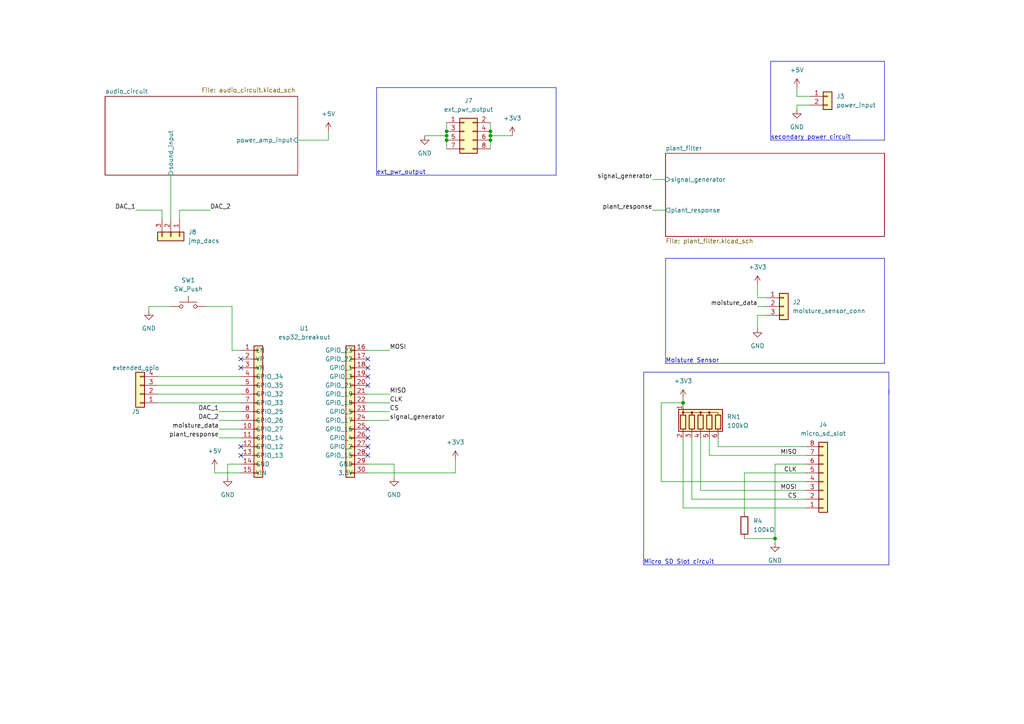
<source format=kicad_sch>
(kicad_sch (version 20230121) (generator eeschema)
  (paper "A4")
  (title_block (title "Internet_of_Plants") (date "2023-09-29") (rev "A1") (company "DeVinci Innovation Center") (comment 1 "Author : SEGUI Matthieu"))
  (lib_symbols
    (symbol "Connector_Generic:Conn_01x02" (pin_names (offset 1.016) hide)
      (property "Reference" "J" (at 0 2.54 0))
      (property "Value" "Conn_01x02" (at 0 -5.08 0))
      (symbol "Conn_01x02_1_1"
        (rectangle (start -1.27 -2.413) (end 0 -2.667) (stroke (width 0.1524)))
        (rectangle (start -1.27 0.127) (end 0 -0.127) (stroke (width 0.1524)))
        (rectangle (start -1.27 1.27) (end 1.27 -3.81) (stroke (width 0.254)) (fill (type background)))
        (pin passive line (at -5.08 0 0) (length 3.81) (name "Pin_1") (number "1"))
        (pin passive line (at -5.08 -2.54 0) (length 3.81) (name "Pin_2") (number "2"))
      )
    )
    (symbol "Connector_Generic:Conn_01x03" (pin_names (offset 1.016) hide)
      (property "Reference" "J" (at 0 5.08 0))
      (property "Value" "Conn_01x03" (at 0 -5.08 0))
      (symbol "Conn_01x03_1_1"
        (rectangle (start -1.27 -2.413) (end 0 -2.667) (stroke (width 0.1524)))
        (rectangle (start -1.27 0.127) (end 0 -0.127) (stroke (width 0.1524)))
        (rectangle (start -1.27 2.667) (end 0 2.413) (stroke (width 0.1524)))
        (rectangle (start -1.27 3.81) (end 1.27 -3.81) (stroke (width 0.254)) (fill (type background)))
        (pin passive line (at -5.08 2.54 0) (length 3.81) (name "Pin_1") (number "1"))
        (pin passive line (at -5.08 0 0) (length 3.81) (name "Pin_2") (number "2"))
        (pin passive line (at -5.08 -2.54 0) (length 3.81) (name "Pin_3") (number "3"))
      )
    )
    (symbol "Connector_Generic:Conn_01x04" (pin_names (offset 1.016) hide)
      (property "Reference" "J" (at 0 5.08 0))
      (property "Value" "Conn_01x04" (at 0 -7.62 0))
      (symbol "Conn_01x04_1_1"
        (rectangle (start -1.27 -4.953) (end 0 -5.207) (stroke (width 0.1524)))
        (rectangle (start -1.27 -2.413) (end 0 -2.667) (stroke (width 0.1524)))
        (rectangle (start -1.27 0.127) (end 0 -0.127) (stroke (width 0.1524)))
        (rectangle (start -1.27 2.667) (end 0 2.413) (stroke (width 0.1524)))
        (rectangle (start -1.27 3.81) (end 1.27 -6.35) (stroke (width 0.254)) (fill (type background)))
        (pin passive line (at -5.08 2.54 0) (length 3.81) (name "Pin_1") (number "1"))
        (pin passive line (at -5.08 0 0) (length 3.81) (name "Pin_2") (number "2"))
        (pin passive line (at -5.08 -2.54 0) (length 3.81) (name "Pin_3") (number "3"))
        (pin passive line (at -5.08 -5.08 0) (length 3.81) (name "Pin_4") (number "4"))
      )
    )
    (symbol "Connector_Generic:Conn_01x08" (pin_names (offset 1.016) hide)
      (property "Reference" "J" (at 0 10.16 0))
      (property "Value" "Conn_01x08" (at 0 -12.7 0))
      (symbol "Conn_01x08_1_1"
        (rectangle (start -1.27 -10.033) (end 0 -10.287) (stroke (width 0.1524)))
        (rectangle (start -1.27 -7.493) (end 0 -7.747) (stroke (width 0.1524)))
        (rectangle (start -1.27 -4.953) (end 0 -5.207) (stroke (width 0.1524)))
        (rectangle (start -1.27 -2.413) (end 0 -2.667) (stroke (width 0.1524)))
        (rectangle (start -1.27 0.127) (end 0 -0.127) (stroke (width 0.1524)))
        (rectangle (start -1.27 2.667) (end 0 2.413) (stroke (width 0.1524)))
        (rectangle (start -1.27 5.207) (end 0 4.953) (stroke (width 0.1524)))
        (rectangle (start -1.27 7.747) (end 0 7.493) (stroke (width 0.1524)))
        (rectangle (start -1.27 8.89) (end 1.27 -11.43) (stroke (width 0.254)) (fill (type background)))
        (pin passive line (at -5.08 7.62 0) (length 3.81) (name "Pin_1") (number "1"))
        (pin passive line (at -5.08 5.08 0) (length 3.81) (name "Pin_2") (number "2"))
        (pin passive line (at -5.08 2.54 0) (length 3.81) (name "Pin_3") (number "3"))
        (pin passive line (at -5.08 0 0) (length 3.81) (name "Pin_4") (number "4"))
        (pin passive line (at -5.08 -2.54 0) (length 3.81) (name "Pin_5") (number "5"))
        (pin passive line (at -5.08 -5.08 0) (length 3.81) (name "Pin_6") (number "6"))
        (pin passive line (at -5.08 -7.62 0) (length 3.81) (name "Pin_7") (number "7"))
        (pin passive line (at -5.08 -10.16 0) (length 3.81) (name "Pin_8") (number "8"))
      )
    )
    (symbol "Connector_Generic:Conn_02x04_Odd_Even" (pin_names (offset 1.016) hide)
      (property "Reference" "J" (at 1.27 5.08 0))
      (property "Value" "Conn_02x04_Odd_Even" (at 1.27 -7.62 0))
      (symbol "Conn_02x04_Odd_Even_1_1"
        (rectangle (start -1.27 -4.953) (end 0 -5.207) (stroke (width 0.1524)))
        (rectangle (start -1.27 -2.413) (end 0 -2.667) (stroke (width 0.1524)))
        (rectangle (start -1.27 0.127) (end 0 -0.127) (stroke (width 0.1524)))
        (rectangle (start -1.27 2.667) (end 0 2.413) (stroke (width 0.1524)))
        (rectangle (start -1.27 3.81) (end 3.81 -6.35) (stroke (width 0.254)) (fill (type background)))
        (rectangle (start 3.81 -4.953) (end 2.54 -5.207) (stroke (width 0.1524)))
        (rectangle (start 3.81 -2.413) (end 2.54 -2.667) (stroke (width 0.1524)))
        (rectangle (start 3.81 0.127) (end 2.54 -0.127) (stroke (width 0.1524)))
        (rectangle (start 3.81 2.667) (end 2.54 2.413) (stroke (width 0.1524)))
        (pin passive line (at -5.08 2.54 0) (length 3.81) (name "Pin_1") (number "1"))
        (pin passive line (at 7.62 2.54 180) (length 3.81) (name "Pin_2") (number "2"))
        (pin passive line (at -5.08 0 0) (length 3.81) (name "Pin_3") (number "3"))
        (pin passive line (at 7.62 0 180) (length 3.81) (name "Pin_4") (number "4"))
        (pin passive line (at -5.08 -2.54 0) (length 3.81) (name "Pin_5") (number "5"))
        (pin passive line (at 7.62 -2.54 180) (length 3.81) (name "Pin_6") (number "6"))
        (pin passive line (at -5.08 -5.08 0) (length 3.81) (name "Pin_7") (number "7"))
        (pin passive line (at 7.62 -5.08 180) (length 3.81) (name "Pin_8") (number "8"))
      )
    )
    (symbol "Device:R" (pin_numbers hide) (pin_names (offset 0))
      (property "Reference" "R" (at 2.032 0 90))
      (property "Value" "R" (at 0 0 90))
      (symbol "R_0_1"
        (rectangle (start -1.016 -2.54) (end 1.016 2.54) (stroke (width 0.254)))
      )
      (symbol "R_1_1"
        (pin passive line (at 0 3.81 270) (length 1.27) (name "~") (number "1"))
        (pin passive line (at 0 -3.81 90) (length 1.27) (name "~") (number "2"))
      )
    )
    (symbol "Device:R_Network05" (pin_names (offset 0) hide)
      (property "Reference" "RN" (at -7.62 0 90))
      (property "Value" "R_Network05" (at 7.62 0 90))
      (symbol "R_Network05_0_1"
        (rectangle (start -6.35 -3.175) (end 6.35 3.175) (stroke (width 0.254)) (fill (type background)))
        (rectangle (start -5.842 1.524) (end -4.318 -2.54) (stroke (width 0.254)))
        (circle (center -5.08 2.286) (radius 0.254) (fill (type outline)))
        (rectangle (start -3.302 1.524) (end -1.778 -2.54) (stroke (width 0.254)))
        (circle (center -2.54 2.286) (radius 0.254) (fill (type outline)))
        (rectangle (start -0.762 1.524) (end 0.762 -2.54) (stroke (width 0.254)))
        (polyline (pts (xy -5.08 -2.54) (xy -5.08 -3.81)))
        (polyline (pts (xy -2.54 -2.54) (xy -2.54 -3.81)))
        (polyline (pts (xy 0 -2.54) (xy 0 -3.81)))
        (polyline (pts (xy 2.54 -2.54) (xy 2.54 -3.81)))
        (polyline (pts (xy 5.08 -2.54) (xy 5.08 -3.81)))
        (polyline (pts (xy -5.08 1.524) (xy -5.08 2.286) (xy -2.54 2.286) (xy -2.54 1.524)))
        (polyline (pts (xy -2.54 1.524) (xy -2.54 2.286) (xy 0 2.286) (xy 0 1.524)))
        (polyline (pts (xy 0 1.524) (xy 0 2.286) (xy 2.54 2.286) (xy 2.54 1.524)))
        (polyline (pts (xy 2.54 1.524) (xy 2.54 2.286) (xy 5.08 2.286) (xy 5.08 1.524)))
        (circle (center 0 2.286) (radius 0.254) (fill (type outline)))
        (rectangle (start 1.778 1.524) (end 3.302 -2.54) (stroke (width 0.254)))
        (circle (center 2.54 2.286) (radius 0.254) (fill (type outline)))
        (rectangle (start 4.318 1.524) (end 5.842 -2.54) (stroke (width 0.254)))
      )
      (symbol "R_Network05_1_1"
        (pin passive line (at -5.08 5.08 270) (length 2.54) (name "common") (number "1"))
        (pin passive line (at -5.08 -5.08 90) (length 1.27) (name "R1") (number "2"))
        (pin passive line (at -2.54 -5.08 90) (length 1.27) (name "R2") (number "3"))
        (pin passive line (at 0 -5.08 90) (length 1.27) (name "R3") (number "4"))
        (pin passive line (at 2.54 -5.08 90) (length 1.27) (name "R4") (number "5"))
        (pin passive line (at 5.08 -5.08 90) (length 1.27) (name "R5") (number "6"))
      )
    )
    (symbol "Switch:SW_Push" (pin_numbers hide) (pin_names (offset 1.016) hide)
      (property "Reference" "SW" (at 1.27 2.54 0))
      (property "Value" "SW_Push" (at 0 -1.524 0))
      (symbol "SW_Push_0_1"
        (circle (center -2.032 0) (radius 0.508))
        (polyline (pts (xy 0 1.27) (xy 0 3.048)))
        (polyline (pts (xy 2.54 1.27) (xy -2.54 1.27)))
        (circle (center 2.032 0) (radius 0.508))
        (pin passive line (at -5.08 0 0) (length 2.54) (name "1") (number "1"))
        (pin passive line (at 5.08 0 180) (length 2.54) (name "2") (number "2"))
      )
    )
    (symbol "esp32:esp32_breakout"
      (property "Reference" "U" (at 17.78 3.81 0))
      (property "Value" "esp32_breakout" (at 17.78 3.81 0))
      (symbol "esp32_breakout_1_1"
        (rectangle (start -22.86 -36.703) (end -21.59 -36.957) (stroke (width 0.1524)))
        (rectangle (start -22.86 -34.163) (end -21.59 -34.417) (stroke (width 0.1524)))
        (rectangle (start -22.86 -31.623) (end -21.59 -31.877) (stroke (width 0.1524)))
        (rectangle (start -22.86 -29.083) (end -21.59 -29.337) (stroke (width 0.1524)))
        (rectangle (start -22.86 -26.543) (end -21.59 -26.797) (stroke (width 0.1524)))
        (rectangle (start -22.86 -24.003) (end -21.59 -24.257) (stroke (width 0.1524)))
        (rectangle (start -22.86 -21.463) (end -21.59 -21.717) (stroke (width 0.1524)))
        (rectangle (start -22.86 -18.923) (end -21.59 -19.177) (stroke (width 0.1524)))
        (rectangle (start -22.86 -16.383) (end -21.59 -16.637) (stroke (width 0.1524)))
        (rectangle (start -22.86 -13.843) (end -21.59 -14.097) (stroke (width 0.1524)))
        (rectangle (start -22.86 -11.303) (end -21.59 -11.557) (stroke (width 0.1524)))
        (rectangle (start -22.86 -8.763) (end -21.59 -9.017) (stroke (width 0.1524)))
        (rectangle (start -22.86 -6.223) (end -21.59 -6.477) (stroke (width 0.1524)))
        (rectangle (start -22.86 -3.683) (end -21.59 -3.937) (stroke (width 0.1524)))
        (rectangle (start -22.86 -1.143) (end -21.59 -1.397) (stroke (width 0.1524)))
        (rectangle (start -22.86 0) (end -20.32 -38.1) (stroke (width 0.254)) (fill (type background)))
        (rectangle (start 6.35 -38.1) (end 3.81 0) (stroke (width 0.254)) (fill (type background)))
        (rectangle (start 6.35 -36.957) (end 5.08 -36.703) (stroke (width 0.1524)))
        (rectangle (start 6.35 -34.417) (end 5.08 -34.163) (stroke (width 0.1524)))
        (rectangle (start 6.35 -31.877) (end 5.08 -31.623) (stroke (width 0.1524)))
        (rectangle (start 6.35 -29.337) (end 5.08 -29.083) (stroke (width 0.1524)))
        (rectangle (start 6.35 -26.797) (end 5.08 -26.543) (stroke (width 0.1524)))
        (rectangle (start 6.35 -24.257) (end 5.08 -24.003) (stroke (width 0.1524)))
        (rectangle (start 6.35 -21.717) (end 5.08 -21.463) (stroke (width 0.1524)))
        (rectangle (start 6.35 -19.177) (end 5.08 -18.923) (stroke (width 0.1524)))
        (rectangle (start 6.35 -16.637) (end 5.08 -16.383) (stroke (width 0.1524)))
        (rectangle (start 6.35 -14.097) (end 5.08 -13.843) (stroke (width 0.1524)))
        (rectangle (start 6.35 -11.557) (end 5.08 -11.303) (stroke (width 0.1524)))
        (rectangle (start 6.35 -9.017) (end 5.08 -8.763) (stroke (width 0.1524)))
        (rectangle (start 6.35 -6.477) (end 5.08 -6.223) (stroke (width 0.1524)))
        (rectangle (start 6.35 -3.937) (end 5.08 -3.683) (stroke (width 0.1524)))
        (rectangle (start 6.35 -1.397) (end 5.08 -1.143) (stroke (width 0.1524)))
        (pin passive line (at -26.67 -1.27 0) (length 3.81) (name "EN") (number "1"))
        (pin passive line (at -26.67 -24.13 0) (length 3.81) (name "GPIO_27") (number "10"))
        (pin passive line (at -26.67 -26.67 0) (length 3.81) (name "GPIO_14") (number "11"))
        (pin passive line (at -26.67 -29.21 0) (length 3.81) (name "GPIO_12") (number "12"))
        (pin passive line (at -26.67 -31.75 0) (length 3.81) (name "GPIO_13") (number "13"))
        (pin power_in line (at -26.67 -34.29 0) (length 3.81) (name "GND") (number "14"))
        (pin power_in line (at -26.67 -36.83 0) (length 3.81) (name "VIN") (number "15"))
        (pin passive line (at 10.16 -1.27 180) (length 3.81) (name "GPIO_23") (number "16"))
        (pin passive line (at 10.16 -3.81 180) (length 3.81) (name "GPIO_22") (number "17"))
        (pin passive line (at 10.16 -6.35 180) (length 3.81) (name "GPIO_1") (number "18"))
        (pin passive line (at 10.16 -8.89 180) (length 3.81) (name "GPIO_3") (number "19"))
        (pin unspecified line (at -26.67 -3.81 0) (length 3.81) (name "VP") (number "2"))
        (pin passive line (at 10.16 -11.43 180) (length 3.81) (name "GPIO_21") (number "20"))
        (pin passive line (at 10.16 -13.97 180) (length 3.81) (name "GPIO_19") (number "21"))
        (pin passive line (at 10.16 -16.51 180) (length 3.81) (name "GPIO_18") (number "22"))
        (pin passive line (at 10.16 -19.05 180) (length 3.81) (name "GPIO_5") (number "23"))
        (pin passive line (at 10.16 -21.59 180) (length 3.81) (name "GPIO_17") (number "24"))
        (pin passive line (at 10.16 -24.13 180) (length 3.81) (name "GPIO_16") (number "25"))
        (pin bidirectional line (at 10.16 -26.67 180) (length 3.81) (name "GPIO_4") (number "26"))
        (pin bidirectional line (at 10.16 -29.21 180) (length 3.81) (name "GPIO_2") (number "27"))
        (pin bidirectional line (at 10.16 -31.75 180) (length 3.81) (name "GPIO_15") (number "28"))
        (pin power_in line (at 10.16 -34.29 180) (length 3.81) (name "GND") (number "29"))
        (pin bidirectional line (at -26.67 -6.35 0) (length 3.81) (name "VN") (number "3"))
        (pin power_in line (at 10.16 -36.83 180) (length 3.81) (name "3.3V") (number "30"))
        (pin bidirectional line (at -26.67 -8.89 0) (length 3.81) (name "GPIO_34") (number "4"))
        (pin passive line (at -26.67 -11.43 0) (length 3.81) (name "GPIO_35") (number "5"))
        (pin passive line (at -26.67 -13.97 0) (length 3.81) (name "GPIO_32") (number "6"))
        (pin passive line (at -26.67 -16.51 0) (length 3.81) (name "GPIO_33") (number "7"))
        (pin passive line (at -26.67 -19.05 0) (length 3.81) (name "GPIO_25") (number "8"))
        (pin passive line (at -26.67 -21.59 0) (length 3.81) (name "GPIO_26") (number "9"))
      )
    )
    (symbol "power:+3.3V" (power) (pin_names (offset 0))
      (property "Value" "+3.3V" (at 0 3.556 0))
      (symbol "+3.3V_0_1"
        (polyline (pts (xy -0.762 1.27) (xy 0 2.54)))
        (polyline (pts (xy 0 0) (xy 0 2.54)))
        (polyline (pts (xy 0 2.54) (xy 0.762 1.27)))
      )
      (symbol "+3.3V_1_1"
        (pin power_in line (at 0 0 90) (length 0) hide (name "+3V3") (number "1"))
      )
    )
    (symbol "power:+5V" (power) (pin_names (offset 0))
      (property "Value" "+5V" (at 0 3.556 0))
      (symbol "+5V_0_1"
        (polyline (pts (xy -0.762 1.27) (xy 0 2.54)))
        (polyline (pts (xy 0 0) (xy 0 2.54)))
        (polyline (pts (xy 0 2.54) (xy 0.762 1.27)))
      )
      (symbol "+5V_1_1"
        (pin power_in line (at 0 0 90) (length 0) hide (name "+5V") (number "1"))
      )
    )
    (symbol "power:GND" (power) (pin_names (offset 0))
      (property "Value" "GND" (at 0 -3.81 0))
      (symbol "GND_0_1"
        (polyline (pts (xy 0 0) (xy 0 -1.27) (xy 1.27 -1.27) (xy 0 -2.54) (xy -1.27 -1.27) (xy 0 -1.27)))
      )
      (symbol "GND_1_1"
        (pin power_in line (at 0 0 270) (length 0) hide (name "GND") (number "1"))
      )
    )
  )
  (junction (at 198.12 116.84))
  (junction (at 142.24 39.37))
  (junction (at 142.24 40.64))
  (junction (at 224.79 156.21))
  (junction (at 129.54 38.1))
  (junction (at 129.54 39.37))
  (junction (at 129.54 40.64))
  (junction (at 142.24 38.1))
  (no_connect (at 106.68 132.08))
  (no_connect (at 106.68 129.54))
  (no_connect (at 106.68 127))
  (no_connect (at 106.68 124.46))
  (no_connect (at 106.68 111.76))
  (no_connect (at 106.68 109.22))
  (no_connect (at 106.68 104.14))
  (no_connect (at 69.85 129.54))
  (no_connect (at 69.85 132.08))
  (no_connect (at 106.68 106.68))
  (no_connect (at 69.85 104.14))
  (no_connect (at 69.85 106.68))
  (wire (pts (xy 106.68 137.16) (xy 132.08 137.16)))
  (wire (pts (xy 106.68 119.38) (xy 113.03 119.38)))
  (wire (pts (xy 189.23 60.96) (xy 193.04 60.96)))
  (wire (pts (xy 129.54 39.37) (xy 129.54 40.64)))
  (wire (pts (xy 219.71 88.9) (xy 222.25 88.9)))
  (wire (pts (xy 129.54 38.1) (xy 129.54 39.37)))
  (wire (pts (xy 62.23 137.16) (xy 62.23 135.89)))
  (wire (pts (xy 203.2 127) (xy 203.2 142.24)))
  (wire (pts (xy 142.24 40.64) (xy 142.24 43.18)))
  (wire (pts (xy 231.14 27.94) (xy 234.95 27.94)))
  (wire (pts (xy 233.68 134.62) (xy 224.79 134.62)))
  (wire (pts (xy 224.79 134.62) (xy 224.79 156.21)))
  (wire (pts (xy 142.24 39.37) (xy 148.59 39.37)))
  (polyline (pts (xy 257.81 107.95) (xy 186.69 107.95)))
  (wire (pts (xy 198.12 115.57) (xy 198.12 116.84)))
  (wire (pts (xy 200.66 144.78) (xy 200.66 127)))
  (wire (pts (xy 106.68 121.92) (xy 113.03 121.92)))
  (wire (pts (xy 62.23 137.16) (xy 69.85 137.16)))
  (wire (pts (xy 198.12 147.32) (xy 233.68 147.32)))
  (wire (pts (xy 219.71 82.55) (xy 219.71 86.36)))
  (polyline (pts (xy 193.04 74.93) (xy 256.54 74.93)))
  (wire (pts (xy 215.9 137.16) (xy 215.9 148.59)))
  (wire (pts (xy 49.53 88.9) (xy 43.18 88.9)))
  (wire (pts (xy 208.28 129.54) (xy 208.28 127)))
  (polyline (pts (xy 256.54 105.41) (xy 193.04 105.41)))
  (wire (pts (xy 231.14 25.4) (xy 231.14 27.94)))
  (wire (pts (xy 129.54 40.64) (xy 129.54 43.18)))
  (wire (pts (xy 215.9 156.21) (xy 224.79 156.21)))
  (wire (pts (xy 191.77 139.7) (xy 233.68 139.7)))
  (polyline (pts (xy 161.29 50.8) (xy 161.29 25.4)))
  (wire (pts (xy 43.18 88.9) (xy 43.18 90.17)))
  (wire (pts (xy 49.53 50.8) (xy 49.53 63.5)))
  (wire (pts (xy 46.99 63.5) (xy 46.99 60.96)))
  (polyline (pts (xy 109.22 25.4) (xy 109.22 50.8)))
  (polyline (pts (xy 257.81 107.95) (xy 257.81 114.3)))
  (wire (pts (xy 106.68 116.84) (xy 113.03 116.84)))
  (wire (pts (xy 106.68 101.6) (xy 113.03 101.6)))
  (polyline (pts (xy 223.52 17.78) (xy 223.52 40.64)))
  (wire (pts (xy 198.12 127) (xy 198.12 147.32)))
  (wire (pts (xy 219.71 91.44) (xy 222.25 91.44)))
  (wire (pts (xy 66.04 134.62) (xy 66.04 138.43)))
  (wire (pts (xy 132.08 137.16) (xy 132.08 133.35)))
  (wire (pts (xy 86.36 40.64) (xy 95.25 40.64)))
  (polyline (pts (xy 256.54 40.64) (xy 223.52 40.64)))
  (polyline (pts (xy 186.69 107.95) (xy 186.69 163.83)))
  (polyline (pts (xy 109.22 25.4) (xy 161.29 25.4)))
  (wire (pts (xy 63.5 127) (xy 69.85 127)))
  (wire (pts (xy 142.24 38.1) (xy 142.24 39.37)))
  (polyline (pts (xy 193.04 74.93) (xy 193.04 105.41)))
  (wire (pts (xy 114.3 134.62) (xy 114.3 138.43)))
  (polyline (pts (xy 186.69 163.83) (xy 191.77 163.83)))
  (wire (pts (xy 39.37 60.96) (xy 46.99 60.96)))
  (polyline (pts (xy 109.22 50.8) (xy 161.29 50.8)))
  (wire (pts (xy 45.72 109.22) (xy 69.85 109.22)))
  (wire (pts (xy 63.5 124.46) (xy 69.85 124.46)))
  (wire (pts (xy 67.31 101.6) (xy 69.85 101.6)))
  (wire (pts (xy 52.07 60.96) (xy 52.07 63.5)))
  (polyline (pts (xy 256.54 74.93) (xy 256.54 105.41)))
  (polyline (pts (xy 257.81 113.03) (xy 257.81 163.83)))
  (wire (pts (xy 45.72 114.3) (xy 69.85 114.3)))
  (wire (pts (xy 219.71 86.36) (xy 222.25 86.36)))
  (wire (pts (xy 106.68 114.3) (xy 113.03 114.3)))
  (wire (pts (xy 234.95 30.48) (xy 231.14 30.48)))
  (wire (pts (xy 142.24 35.56) (xy 142.24 38.1)))
  (wire (pts (xy 219.71 91.44) (xy 219.71 95.25)))
  (polyline (pts (xy 256.54 17.78) (xy 256.54 40.64)))
  (wire (pts (xy 231.14 30.48) (xy 231.14 31.75)))
  (wire (pts (xy 142.24 39.37) (xy 142.24 40.64)))
  (polyline (pts (xy 257.81 163.83) (xy 191.77 163.83)))
  (wire (pts (xy 63.5 119.38) (xy 69.85 119.38)))
  (wire (pts (xy 191.77 139.7) (xy 191.77 116.84)))
  (wire (pts (xy 189.23 52.07) (xy 193.04 52.07)))
  (wire (pts (xy 129.54 35.56) (xy 129.54 38.1)))
  (wire (pts (xy 191.77 116.84) (xy 198.12 116.84)))
  (wire (pts (xy 205.74 132.08) (xy 205.74 127)))
  (wire (pts (xy 203.2 142.24) (xy 233.68 142.24)))
  (wire (pts (xy 63.5 121.92) (xy 69.85 121.92)))
  (wire (pts (xy 205.74 132.08) (xy 233.68 132.08)))
  (wire (pts (xy 45.72 116.84) (xy 69.85 116.84)))
  (wire (pts (xy 95.25 38.1) (xy 95.25 40.64)))
  (wire (pts (xy 59.69 88.9) (xy 67.31 88.9)))
  (wire (pts (xy 45.72 111.76) (xy 69.85 111.76)))
  (wire (pts (xy 69.85 134.62) (xy 66.04 134.62)))
  (wire (pts (xy 200.66 144.78) (xy 233.68 144.78)))
  (wire (pts (xy 123.19 39.37) (xy 129.54 39.37)))
  (wire (pts (xy 215.9 137.16) (xy 233.68 137.16)))
  (wire (pts (xy 106.68 134.62) (xy 114.3 134.62)))
  (polyline (pts (xy 223.52 17.78) (xy 256.54 17.78)))
  (wire (pts (xy 224.79 156.21) (xy 224.79 157.48)))
  (wire (pts (xy 233.68 129.54) (xy 208.28 129.54)))
  (wire (pts (xy 67.31 88.9) (xy 67.31 101.6)))
  (wire (pts (xy 52.07 60.96) (xy 60.96 60.96)))
  (text "Moisture Sensor" (at 193.04 105.41 0) (effects (font (size 1.27 1.27)) (justify left bottom)))
  (text "secondary power circuit" (at 223.52 40.64 0) (effects (font (size 1.27 1.27)) (justify left bottom)))
  (text "Micro SD Slot circuit\n" (at 186.69 163.83 0) (effects (font (size 1.27 1.27)) (justify left bottom)))
  (text "ext_pwr_output" (at 109.22 50.8 0) (effects (font (size 1.27 1.27)) (justify left bottom)))
  (label "DAC_1" (at 39.37 60.96 180))
  (label "plant_response" (at 63.5 127 180))
  (label "signal_generator" (at 189.23 52.07 180))
  (label "DAC_2" (at 63.5 121.92 180))
  (label "DAC_1" (at 63.5 119.38 180))
  (label "moisture_data" (at 219.71 88.9 180))
  (label "MISO" (at 113.03 114.3 0))
  (label "CS" (at 231.14 144.78 180))
  (label "MISO" (at 231.14 132.08 180))
  (label "moisture_data" (at 63.5 124.46 180))
  (label "signal_generator" (at 113.03 121.92 0))
  (label "plant_response" (at 189.23 60.96 180))
  (label "CS" (at 113.03 119.38 0))
  (label "CLK" (at 231.14 137.16 180))
  (label "MOSI" (at 231.14 142.24 180))
  (label "DAC_2" (at 60.96 60.96 0))
  (label "MOSI" (at 113.03 101.6 0))
  (label "CLK" (at 113.03 116.84 0))
  (symbol (lib_id "Connector_Generic:Conn_01x03") (at 49.53 68.58 270) (unit 1)
    (property "Reference" "J8" (at 54.61 67.3099 90) (effects (justify left)))
    (property "Value" "jmp_dacs" (at 54.61 69.8499 90) (effects (justify left)))
    (property "Footprint" "Connector_PinHeader_2.54mm:PinHeader_1x03_P2.54mm_Vertical" (effects hide))
  )
  (symbol (lib_id "power:GND") (at 123.19 39.37 0) (unit 1)
    (property "Reference" "#PWR0111" (effects hide))
    (property "Value" "GND" (at 123.19 44.45 0))
  )
  (symbol (lib_id "Switch:SW_Push") (at 54.61 88.9 0) (unit 1)
    (property "Reference" "SW1" (at 54.61 81.28 0))
    (property "Value" "SW_Push" (at 54.61 83.82 0))
    (property "Footprint" "Button_Switch_THT:SW_PUSH_6mm" (effects hide))
  )
  (symbol (lib_id "power:+3.3V") (at 198.12 115.57 0) (unit 1)
    (property "Reference" "#PWR0105" (effects hide))
    (property "Value" "+3.3V" (at 198.12 110.49 0))
  )
  (symbol (lib_id "Device:R") (at 215.9 152.4 0) (unit 1)
    (property "Reference" "R4" (at 218.44 151.1299 0) (effects (justify left)))
    (property "Value" "100kΩ" (at 218.44 153.6699 0) (effects (justify left)))
    (property "Footprint" "Resistor_SMD:R_1206_3216Metric_Pad1.30x1.75mm_HandSolder" (effects hide))
  )
  (symbol (lib_id "esp32:esp32_breakout") (at 96.52 100.33 0) (unit 1)
    (property "Reference" "U1" (at 88.265 95.25 0))
    (property "Value" "esp32_breakout" (at 88.265 97.79 0))
    (property "Footprint" "esp32:esp32_breakout" (effects hide))
  )
  (symbol (lib_id "power:+5V") (at 231.14 25.4 0) (unit 1)
    (property "Reference" "#PWR0109" (effects hide))
    (property "Value" "+5V" (at 231.14 20.32 0))
  )
  (symbol (lib_id "power:GND") (at 43.18 90.17 0) (unit 1)
    (property "Reference" "#PWR06" (effects hide))
    (property "Value" "GND" (at 43.18 95.25 0))
  )
  (symbol (lib_id "power:+3.3V") (at 148.59 39.37 0) (unit 1)
    (property "Reference" "#PWR0112" (effects hide))
    (property "Value" "+3.3V" (at 148.59 34.29 0))
  )
  (symbol (lib_id "power:+5V") (at 62.23 135.89 0) (unit 1)
    (property "Reference" "#PWR0104" (effects hide))
    (property "Value" "+5V" (at 62.23 130.81 0))
  )
  (symbol (lib_id "power:GND") (at 231.14 31.75 0) (unit 1)
    (property "Reference" "#PWR0108" (effects hide))
    (property "Value" "GND" (at 231.14 36.83 0))
  )
  (symbol (lib_id "power:+5V") (at 95.25 38.1 0) (unit 1)
    (property "Reference" "#PWR07" (effects hide))
    (property "Value" "+5V" (at 95.25 33.02 0))
  )
  (symbol (lib_id "Connector_Generic:Conn_01x08") (at 238.76 139.7 0) (mirror x) (unit 1)
    (property "Reference" "J4" (at 238.76 123.19 0))
    (property "Value" "micro_sd_slot" (at 238.76 125.73 0))
    (property "Footprint" "Connector_Card:microSD_HC_Hirose_DM3AT-SF-PEJM5" (effects hide))
  )
  (symbol (lib_id "power:GND") (at 224.79 157.48 0) (unit 1)
    (property "Reference" "#PWR0101" (effects hide))
    (property "Value" "GND" (at 224.79 162.56 0))
  )
  (symbol (lib_id "power:GND") (at 219.71 95.25 0) (unit 1)
    (property "Reference" "#PWR0106" (effects hide))
    (property "Value" "GND" (at 219.71 100.33 0))
  )
  (symbol (lib_id "power:+3.3V") (at 219.71 82.55 0) (unit 1)
    (property "Reference" "#PWR0107" (effects hide))
    (property "Value" "+3.3V" (at 219.71 77.47 0))
  )
  (symbol (lib_id "power:+3.3V") (at 132.08 133.35 0) (unit 1)
    (property "Reference" "#PWR0103" (effects hide))
    (property "Value" "+3.3V" (at 132.08 128.27 0))
  )
  (symbol (lib_id "Connector_Generic:Conn_01x04") (at 40.64 114.3 180) (unit 1)
    (property "Reference" "J5" (at 39.37 119.38 0))
    (property "Value" "extended_gpio" (at 39.37 106.68 0))
    (property "Footprint" "Connector_PinHeader_2.54mm:PinHeader_1x04_P2.54mm_Vertical" (effects hide))
  )
  (symbol (lib_id "Connector_Generic:Conn_02x04_Odd_Even") (at 134.62 38.1 0) (unit 1)
    (property "Reference" "J7" (at 135.89 29.21 0))
    (property "Value" "ext_pwr_output" (at 135.89 31.75 0))
    (property "Footprint" "Connector_PinHeader_2.54mm:PinHeader_2x04_P2.54mm_Vertical" (effects hide))
  )
  (symbol (lib_id "power:GND") (at 66.04 138.43 0) (unit 1)
    (property "Reference" "#PWR0102" (effects hide))
    (property "Value" "GND" (at 66.04 143.51 0))
  )
  (symbol (lib_id "Device:R_Network05") (at 203.2 121.92 0) (unit 1)
    (property "Reference" "RN1" (at 210.82 120.9039 0) (effects (justify left)))
    (property "Value" "100kΩ" (at 210.82 123.4439 0) (effects (justify left)))
    (property "Footprint" "Resistor_THT:R_Array_SIP6" (effects hide))
    (property "Datasheet" "http://www.vishay.com/docs/31509/csc.pdf" (effects hide))
  )
  (symbol (lib_id "power:GND") (at 114.3 138.43 0) (unit 1)
    (property "Reference" "#PWR01" (effects hide))
    (property "Value" "GND" (at 114.3 143.51 0))
  )
  (symbol (lib_id "Connector_Generic:Conn_01x03") (at 227.33 88.9 0) (unit 1)
    (property "Reference" "J2" (at 229.87 87.6299 0) (effects (justify left)))
    (property "Value" "moisture_sensor_conn" (at 229.87 90.1699 0) (effects (justify left)))
    (property "Footprint" "Connector_JST:JST_XH_B3B-XH-A_1x03_P2.50mm_Vertical" (effects hide))
  )
  (symbol (lib_id "Connector_Generic:Conn_01x02") (at 240.03 27.94 0) (unit 1)
    (property "Reference" "J3" (at 242.57 27.9399 0) (effects (justify left)))
    (property "Value" "power_input" (at 242.57 30.4799 0) (effects (justify left)))
    (property "Footprint" "TerminalBlock:TerminalBlock_bornier-2_P5.08mm" (effects hide))
  )
  (sheet (at 193.04 44.45) (size 63.5 24.13) (stroke (width 0.1524))
    (property "Sheetname" "plant_filter" (at 193.04 43.7384 0) (effects (justify left bottom)))
    (property "Sheetfile" "plant_filter.kicad_sch" (at 193.04 69.1646 0) (effects (justify left top)))
    (pin "plant_response" output (at 193.04 60.96 180))
    (pin "signal_generator" input (at 193.04 52.07 180))
  )
  (sheet (at 30.48 27.94) (size 55.88 22.86) (stroke (width 0.1524))
    (property "Sheetname" "audio_circuit" (at 30.48 27.2284 0) (effects (justify left bottom)))
    (property "Sheetfile" "audio_circuit.kicad_sch" (at 58.42 25.4 0) (effects (justify left top)))
    (pin "sound_input" input (at 49.53 50.8 270))
    (pin "power_amp_input" input (at 86.36 40.64 0))
  )
)
</source>
